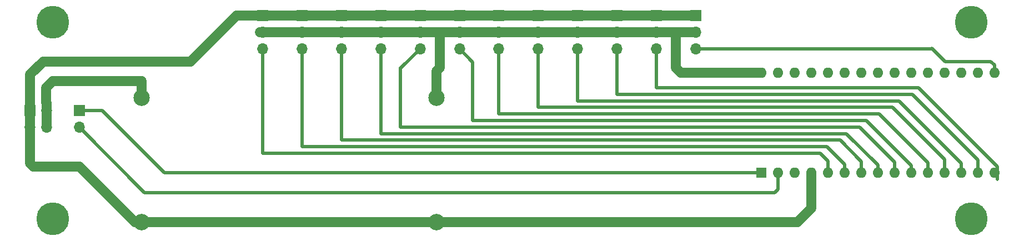
<source format=gbr>
G04 #@! TF.GenerationSoftware,KiCad,Pcbnew,5.0.0*
G04 #@! TF.CreationDate,2018-10-11T21:16:15+02:00*
G04 #@! TF.ProjectId,servo-board,736572766F2D626F6172642E6B696361,rev?*
G04 #@! TF.SameCoordinates,PX1312d00PY3938700*
G04 #@! TF.FileFunction,Copper,L1,Top,Signal*
G04 #@! TF.FilePolarity,Positive*
%FSLAX46Y46*%
G04 Gerber Fmt 4.6, Leading zero omitted, Abs format (unit mm)*
G04 Created by KiCad (PCBNEW 5.0.0) date Thu Oct 11 21:16:15 2018*
%MOMM*%
%LPD*%
G01*
G04 APERTURE LIST*
G04 #@! TA.AperFunction,ComponentPad*
%ADD10C,2.500000*%
G04 #@! TD*
G04 #@! TA.AperFunction,ComponentPad*
%ADD11R,1.700000X1.700000*%
G04 #@! TD*
G04 #@! TA.AperFunction,ComponentPad*
%ADD12O,1.700000X1.700000*%
G04 #@! TD*
G04 #@! TA.AperFunction,ComponentPad*
%ADD13O,1.600000X1.600000*%
G04 #@! TD*
G04 #@! TA.AperFunction,ComponentPad*
%ADD14R,1.600000X1.600000*%
G04 #@! TD*
G04 #@! TA.AperFunction,ViaPad*
%ADD15C,5.000000*%
G04 #@! TD*
G04 #@! TA.AperFunction,Conductor*
%ADD16C,1.500000*%
G04 #@! TD*
G04 #@! TA.AperFunction,Conductor*
%ADD17C,0.500000*%
G04 #@! TD*
G04 APERTURE END LIST*
D10*
G04 #@! TO.P,REF\002A\002A,4*
G04 #@! TO.N,N/C*
X68500000Y23500000D03*
G04 #@! TO.P,REF\002A\002A,3*
X68500000Y4500000D03*
G04 #@! TO.P,REF\002A\002A,2*
X23500000Y4500000D03*
G04 #@! TO.P,REF\002A\002A,1*
X23500000Y23500000D03*
G04 #@! TD*
D11*
G04 #@! TO.P,,1*
G04 #@! TO.N,N/C*
X108000000Y36000000D03*
D12*
G04 #@! TO.P,,2*
X108000000Y33460000D03*
G04 #@! TO.P,,3*
X108000000Y30920000D03*
G04 #@! TD*
G04 #@! TO.P,,3*
G04 #@! TO.N,N/C*
X102000000Y30920000D03*
G04 #@! TO.P,,2*
X102000000Y33460000D03*
D11*
G04 #@! TO.P,,1*
X102000000Y36000000D03*
G04 #@! TD*
G04 #@! TO.P,,1*
G04 #@! TO.N,N/C*
X96000000Y36000000D03*
D12*
G04 #@! TO.P,,2*
X96000000Y33460000D03*
G04 #@! TO.P,,3*
X96000000Y30920000D03*
G04 #@! TD*
G04 #@! TO.P,,3*
G04 #@! TO.N,N/C*
X90000000Y30920000D03*
G04 #@! TO.P,,2*
X90000000Y33460000D03*
D11*
G04 #@! TO.P,,1*
X90000000Y36000000D03*
G04 #@! TD*
G04 #@! TO.P,,1*
G04 #@! TO.N,N/C*
X84000000Y36000000D03*
D12*
G04 #@! TO.P,,2*
X84000000Y33460000D03*
G04 #@! TO.P,,3*
X84000000Y30920000D03*
G04 #@! TD*
G04 #@! TO.P,,3*
G04 #@! TO.N,N/C*
X78000000Y30920000D03*
G04 #@! TO.P,,2*
X78000000Y33460000D03*
D11*
G04 #@! TO.P,,1*
X78000000Y36000000D03*
G04 #@! TD*
G04 #@! TO.P,,1*
G04 #@! TO.N,N/C*
X72000000Y36000000D03*
D12*
G04 #@! TO.P,,2*
X72000000Y33460000D03*
G04 #@! TO.P,,3*
X72000000Y30920000D03*
G04 #@! TD*
G04 #@! TO.P,,3*
G04 #@! TO.N,N/C*
X66000000Y30920000D03*
G04 #@! TO.P,,2*
X66000000Y33460000D03*
D11*
G04 #@! TO.P,,1*
X66000000Y36000000D03*
G04 #@! TD*
G04 #@! TO.P,,1*
G04 #@! TO.N,N/C*
X60000000Y36000000D03*
D12*
G04 #@! TO.P,,2*
X60000000Y33460000D03*
G04 #@! TO.P,,3*
X60000000Y30920000D03*
G04 #@! TD*
G04 #@! TO.P,,3*
G04 #@! TO.N,N/C*
X54000000Y30920000D03*
G04 #@! TO.P,,2*
X54000000Y33460000D03*
D11*
G04 #@! TO.P,,1*
X54000000Y36000000D03*
G04 #@! TD*
G04 #@! TO.P,,1*
G04 #@! TO.N,N/C*
X48000000Y36000000D03*
D12*
G04 #@! TO.P,,2*
X48000000Y33460000D03*
G04 #@! TO.P,,3*
X48000000Y30920000D03*
G04 #@! TD*
D13*
G04 #@! TO.P,REF\002A\002A,16*
G04 #@! TO.N,N/C*
X153560000Y27240000D03*
G04 #@! TO.P,REF\002A\002A,15*
X153560000Y12000000D03*
G04 #@! TO.P,REF\002A\002A,30*
X118000000Y27240000D03*
G04 #@! TO.P,REF\002A\002A,14*
X151020000Y12000000D03*
G04 #@! TO.P,REF\002A\002A,29*
X120540000Y27240000D03*
G04 #@! TO.P,REF\002A\002A,13*
X148480000Y12000000D03*
G04 #@! TO.P,REF\002A\002A,28*
X123080000Y27240000D03*
G04 #@! TO.P,REF\002A\002A,12*
X145940000Y12000000D03*
G04 #@! TO.P,REF\002A\002A,27*
X125620000Y27240000D03*
G04 #@! TO.P,REF\002A\002A,11*
X143400000Y12000000D03*
G04 #@! TO.P,REF\002A\002A,26*
X128160000Y27240000D03*
G04 #@! TO.P,REF\002A\002A,10*
X140860000Y12000000D03*
G04 #@! TO.P,REF\002A\002A,25*
X130700000Y27240000D03*
G04 #@! TO.P,REF\002A\002A,9*
X138320000Y12000000D03*
G04 #@! TO.P,REF\002A\002A,24*
X133240000Y27240000D03*
G04 #@! TO.P,REF\002A\002A,8*
X135780000Y12000000D03*
G04 #@! TO.P,REF\002A\002A,23*
X135780000Y27240000D03*
G04 #@! TO.P,REF\002A\002A,7*
X133240000Y12000000D03*
G04 #@! TO.P,REF\002A\002A,22*
X138320000Y27240000D03*
G04 #@! TO.P,REF\002A\002A,6*
X130700000Y12000000D03*
G04 #@! TO.P,REF\002A\002A,21*
X140860000Y27240000D03*
G04 #@! TO.P,REF\002A\002A,5*
X128160000Y12000000D03*
G04 #@! TO.P,REF\002A\002A,20*
X143400000Y27240000D03*
G04 #@! TO.P,REF\002A\002A,4*
X125620000Y12000000D03*
G04 #@! TO.P,REF\002A\002A,19*
X145940000Y27240000D03*
G04 #@! TO.P,REF\002A\002A,3*
X123080000Y12000000D03*
G04 #@! TO.P,REF\002A\002A,18*
X148480000Y27240000D03*
G04 #@! TO.P,REF\002A\002A,2*
X120540000Y12000000D03*
G04 #@! TO.P,REF\002A\002A,17*
X151020000Y27240000D03*
D14*
G04 #@! TO.P,REF\002A\002A,1*
X118000000Y12000000D03*
G04 #@! TD*
D12*
G04 #@! TO.P,,3*
G04 #@! TO.N,N/C*
X42000000Y30920000D03*
G04 #@! TO.P,,2*
X42000000Y33460000D03*
D11*
G04 #@! TO.P,,1*
X42000000Y36000000D03*
G04 #@! TD*
D12*
G04 #@! TO.P,pwr,4*
G04 #@! TO.N,N/C*
X9040000Y18960000D03*
G04 #@! TO.P,pwr,3*
X6500000Y18960000D03*
G04 #@! TO.P,pwr,2*
X9040000Y21500000D03*
D11*
G04 #@! TO.P,pwr,1*
X6500000Y21500000D03*
G04 #@! TD*
D12*
G04 #@! TO.P,Serial,2*
G04 #@! TO.N,N/C*
X14000000Y18960000D03*
D11*
G04 #@! TO.P,Serial,1*
X14000000Y21500000D03*
G04 #@! TD*
D15*
G04 #@! TO.N,*
X150000000Y35000000D03*
X150000000Y5000000D03*
X10000000Y5000000D03*
X10000000Y35000000D03*
G04 #@! TD*
D16*
G04 #@! TO.N,*
X125620000Y6620000D02*
X125620000Y12000000D01*
X123500000Y4500000D02*
X125620000Y6620000D01*
X14000000Y13000000D02*
X22500000Y4500000D01*
X13080000Y13000000D02*
X14000000Y13000000D01*
X69000000Y33000000D02*
X69460000Y33460000D01*
X69000000Y28000000D02*
X69000000Y33000000D01*
X69460000Y33460000D02*
X66000000Y33460000D01*
X66000000Y33460000D02*
X41540000Y33460000D01*
X22500000Y4500000D02*
X67500000Y4500000D01*
X86500000Y4500000D02*
X87000000Y4500000D01*
X67500000Y4500000D02*
X87000000Y4500000D01*
X87000000Y4500000D02*
X123500000Y4500000D01*
D17*
X128160000Y12000000D02*
X128160000Y13840000D01*
X128160000Y13840000D02*
X127000000Y15000000D01*
X127000000Y15000000D02*
X42000000Y15000000D01*
X42000000Y15000000D02*
X42000000Y30920000D01*
X130700000Y12000000D02*
X130700000Y13300000D01*
X130700000Y13300000D02*
X128000000Y16000000D01*
X128000000Y16000000D02*
X48000000Y16000000D01*
X48000000Y16000000D02*
X48000000Y30920000D01*
X133240000Y12000000D02*
X133240000Y13760000D01*
X133240000Y13760000D02*
X130000000Y17000000D01*
X130000000Y17000000D02*
X54000000Y17000000D01*
X54000000Y17000000D02*
X54000000Y30920000D01*
X135780000Y12000000D02*
X135780000Y13220000D01*
X135780000Y13220000D02*
X131000000Y18000000D01*
X131000000Y18000000D02*
X60000000Y18000000D01*
X60000000Y18000000D02*
X60000000Y30920000D01*
X138320000Y12000000D02*
X138320000Y13680000D01*
X138320000Y13680000D02*
X133000000Y19000000D01*
X133000000Y19000000D02*
X63000000Y19000000D01*
X63000000Y19000000D02*
X63000000Y28000000D01*
X63080000Y28000000D02*
X66000000Y30920000D01*
X63000000Y28000000D02*
X63080000Y28000000D01*
X140860000Y12000000D02*
X140860000Y13140000D01*
X140860000Y13140000D02*
X134000000Y20000000D01*
X134000000Y20000000D02*
X74000000Y20000000D01*
X74000000Y28920000D02*
X72000000Y30920000D01*
X74000000Y20000000D02*
X74000000Y28920000D01*
X143400000Y12000000D02*
X143400000Y13600000D01*
X143400000Y13600000D02*
X136000000Y21000000D01*
X136000000Y21000000D02*
X78000000Y21000000D01*
X78000000Y21000000D02*
X78000000Y30920000D01*
X145940000Y12000000D02*
X145940000Y14060000D01*
X145940000Y14060000D02*
X138000000Y22000000D01*
X138000000Y22000000D02*
X84000000Y22000000D01*
X84000000Y22000000D02*
X84000000Y30920000D01*
X148480000Y12000000D02*
X148480000Y13520000D01*
X148480000Y13520000D02*
X139000000Y23000000D01*
X139000000Y23000000D02*
X90000000Y23000000D01*
X90000000Y23000000D02*
X90000000Y30920000D01*
X151020000Y12000000D02*
X151020000Y13980000D01*
X151020000Y13980000D02*
X141000000Y24000000D01*
X141000000Y24000000D02*
X96000000Y24000000D01*
X96000000Y24000000D02*
X96000000Y30920000D01*
X154000000Y11000000D02*
X154000000Y13000000D01*
X154000000Y13000000D02*
X142000000Y25000000D01*
X142000000Y25000000D02*
X102000000Y25000000D01*
X102000000Y25000000D02*
X102000000Y30920000D01*
D16*
X118000000Y27240000D02*
X105760000Y27240000D01*
X105000000Y28000000D02*
X105000000Y33460000D01*
X105760000Y27240000D02*
X105000000Y28000000D01*
X69460000Y33460000D02*
X105000000Y33460000D01*
X105000000Y33460000D02*
X108000000Y33460000D01*
X93460000Y36000000D02*
X108000000Y36000000D01*
X42000000Y36000000D02*
X93460000Y36000000D01*
X68500000Y27500000D02*
X69000000Y28000000D01*
X68500000Y23500000D02*
X68500000Y27500000D01*
X38000000Y36000000D02*
X42000000Y36000000D01*
X31000000Y29000000D02*
X38000000Y36000000D01*
D17*
X153560000Y27240000D02*
X153560000Y28440000D01*
X153560000Y28440000D02*
X153000000Y29000000D01*
X153000000Y29000000D02*
X146000000Y29000000D01*
X146000000Y29000000D02*
X144000000Y31000000D01*
X143920000Y30920000D02*
X108000000Y30920000D01*
X144000000Y31000000D02*
X143920000Y30920000D01*
D16*
X31000000Y29000000D02*
X8500000Y29000000D01*
X8500000Y29000000D02*
X6500000Y27000000D01*
X6500000Y27000000D02*
X6500000Y21500000D01*
X6500000Y13500000D02*
X7000000Y13000000D01*
X7000000Y13000000D02*
X12500000Y13000000D01*
X6500000Y18960000D02*
X6500000Y13500000D01*
X8000000Y13000000D02*
X12500000Y13000000D01*
X12500000Y13000000D02*
X13080000Y13000000D01*
X6500000Y18960000D02*
X6500000Y21500000D01*
X9040000Y18960000D02*
X9040000Y21500000D01*
X9000000Y25000000D02*
X10000000Y26000000D01*
X23500000Y26000000D02*
X23500000Y23500000D01*
X9000000Y22742081D02*
X9000000Y25000000D01*
X9040000Y21500000D02*
X9040000Y22702081D01*
X10000000Y26000000D02*
X23500000Y26000000D01*
X9040000Y22702081D02*
X9000000Y22742081D01*
D17*
X118000000Y12000000D02*
X27000000Y12000000D01*
X17500000Y21500000D02*
X14000000Y21500000D01*
X27000000Y12000000D02*
X17500000Y21500000D01*
X23960000Y9000000D02*
X14000000Y18960000D01*
X120080000Y9000000D02*
X23960000Y9000000D01*
X120540000Y12000000D02*
X120540000Y9460000D01*
X120540000Y9460000D02*
X120080000Y9000000D01*
G04 #@! TD*
M02*

</source>
